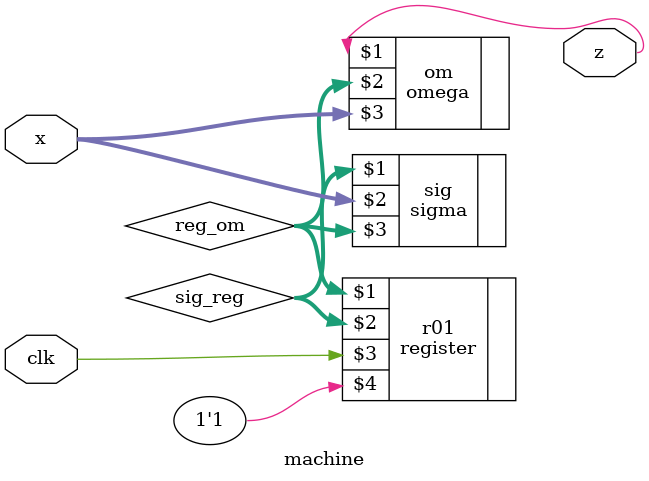
<source format=sv>
module machine (output z,input [1:2]x,input clk);
  wire [1:2]sig_reg;
  wire [1:2]reg_om;
  register r01(reg_om,sig_reg,clk,1'b1);
  sigma sig(sig_reg,x,reg_om);
  omega om(z,reg_om,x);
endmodule

</source>
